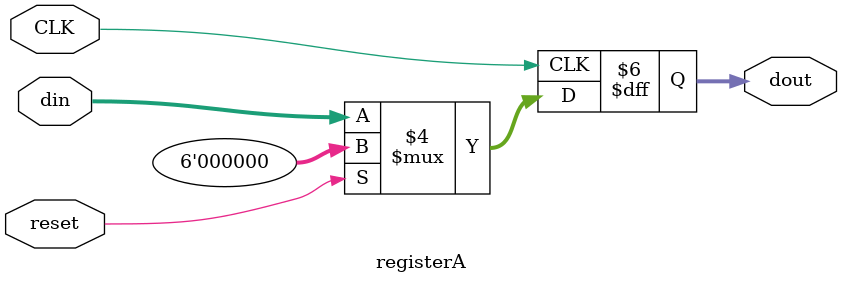
<source format=v>
`timescale 1ns / 1ps
module registerA(
    input [5:0] din,
	 input reset,
    output reg [5:0] dout,
    input CLK
    );

always @ (posedge(CLK))
begin
	if (reset != 1) begin 
		dout = din;
	end else begin
		dout = 0;
	end
end

endmodule

</source>
